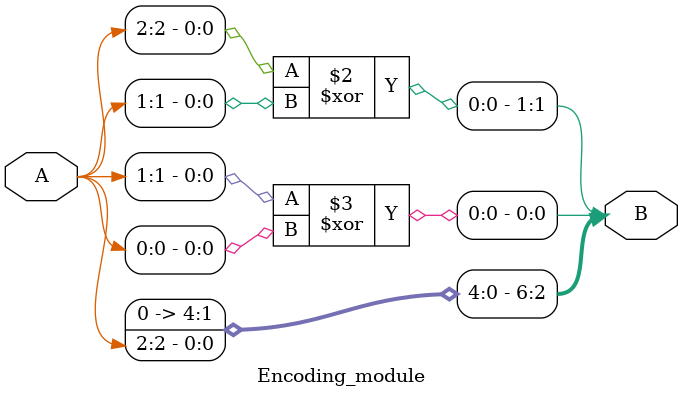
<source format=v>

module Encoding_module(A,B);
    parameter USE_GRAY = 1;
    input [2:0] A;
    output reg [6:0] B;

    generate
     if (USE_GRAY == 1) begin
        //Always block(Gray code)
       always @(*)begin
        B[6:3] = 4'b0; //unused for Gray code
        B[2] = A[2];
        B[1] = A[2] ^ A[1];
        B[0] = A[1] ^ A[0];
       end 
    end
    else begin
        //one hot encoding
        always @(*)begin
            B = 7'b0;
            B[A-1] = 1'b1;
        end
    end
        
    endgenerate

endmodule

</source>
